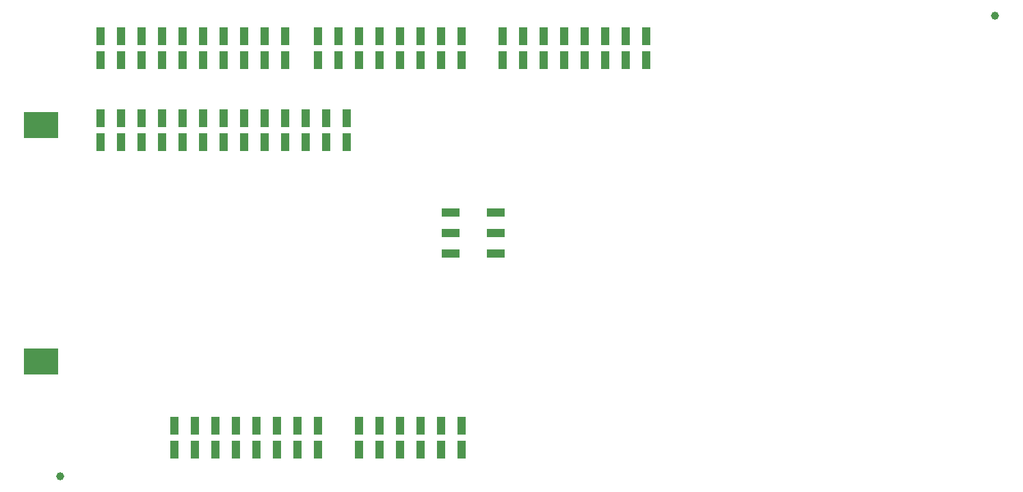
<source format=gbp>
G04*
G04 #@! TF.GenerationSoftware,Altium Limited,Altium Designer,19.0.15 (446)*
G04*
G04 Layer_Color=128*
%FSLAX24Y24*%
%MOIN*%
G70*
G01*
G75*
%ADD43R,0.0402X0.0862*%
%ADD77C,0.0394*%
%ADD243R,0.1654X0.1260*%
%ADD244R,0.0874X0.0402*%
D43*
X18400Y17423D02*
D03*
Y18577D02*
D03*
X17400Y17423D02*
D03*
Y18577D02*
D03*
X13400Y17423D02*
D03*
Y18577D02*
D03*
X14400Y17423D02*
D03*
Y18577D02*
D03*
X8400Y17423D02*
D03*
Y18577D02*
D03*
X9400D02*
D03*
Y17423D02*
D03*
X10400Y18577D02*
D03*
Y17423D02*
D03*
X12400Y18577D02*
D03*
Y17423D02*
D03*
X11400Y18577D02*
D03*
Y17423D02*
D03*
X7400D02*
D03*
Y18577D02*
D03*
X16400D02*
D03*
Y17423D02*
D03*
X15400Y18577D02*
D03*
Y17423D02*
D03*
X19400Y18577D02*
D03*
Y17423D02*
D03*
X10400Y22577D02*
D03*
Y21423D02*
D03*
X9400Y22577D02*
D03*
Y21423D02*
D03*
X15400Y22577D02*
D03*
Y21423D02*
D03*
X14400D02*
D03*
Y22577D02*
D03*
X13400Y21423D02*
D03*
Y22577D02*
D03*
X11400Y21423D02*
D03*
Y22577D02*
D03*
X12400Y21423D02*
D03*
Y22577D02*
D03*
X16400D02*
D03*
Y21423D02*
D03*
X7400D02*
D03*
Y22577D02*
D03*
X8400Y21423D02*
D03*
Y22577D02*
D03*
X34000Y21423D02*
D03*
Y22577D02*
D03*
X30000D02*
D03*
Y21423D02*
D03*
X29000Y22577D02*
D03*
Y21423D02*
D03*
X31000Y22577D02*
D03*
Y21423D02*
D03*
X32000Y22577D02*
D03*
Y21423D02*
D03*
X33000D02*
D03*
Y22577D02*
D03*
X27000Y21423D02*
D03*
Y22577D02*
D03*
X28000Y21423D02*
D03*
Y22577D02*
D03*
X25000Y21423D02*
D03*
Y22577D02*
D03*
X21000D02*
D03*
Y21423D02*
D03*
X20000Y22577D02*
D03*
Y21423D02*
D03*
X22000Y22577D02*
D03*
Y21423D02*
D03*
X23000Y22577D02*
D03*
Y21423D02*
D03*
X24000D02*
D03*
Y22577D02*
D03*
X18000Y21423D02*
D03*
Y22577D02*
D03*
X19000Y21423D02*
D03*
Y22577D02*
D03*
X11000Y3577D02*
D03*
Y2423D02*
D03*
X15000D02*
D03*
Y3577D02*
D03*
X16000Y2423D02*
D03*
Y3577D02*
D03*
X14000Y2423D02*
D03*
Y3577D02*
D03*
X13000Y2423D02*
D03*
Y3577D02*
D03*
X12000D02*
D03*
Y2423D02*
D03*
X18000Y3577D02*
D03*
Y2423D02*
D03*
X17000Y3577D02*
D03*
Y2423D02*
D03*
X21000D02*
D03*
Y3577D02*
D03*
X22000D02*
D03*
Y2423D02*
D03*
X23000Y3577D02*
D03*
Y2423D02*
D03*
X25000Y3577D02*
D03*
Y2423D02*
D03*
X24000Y3577D02*
D03*
Y2423D02*
D03*
X20000D02*
D03*
Y3577D02*
D03*
D77*
X50973Y23600D02*
D03*
X5411Y1120D02*
D03*
D243*
X4500Y6726D02*
D03*
Y18262D02*
D03*
D244*
X24438Y12000D02*
D03*
X26662D02*
D03*
X24438Y13000D02*
D03*
Y14000D02*
D03*
X26662Y13000D02*
D03*
Y14000D02*
D03*
M02*

</source>
